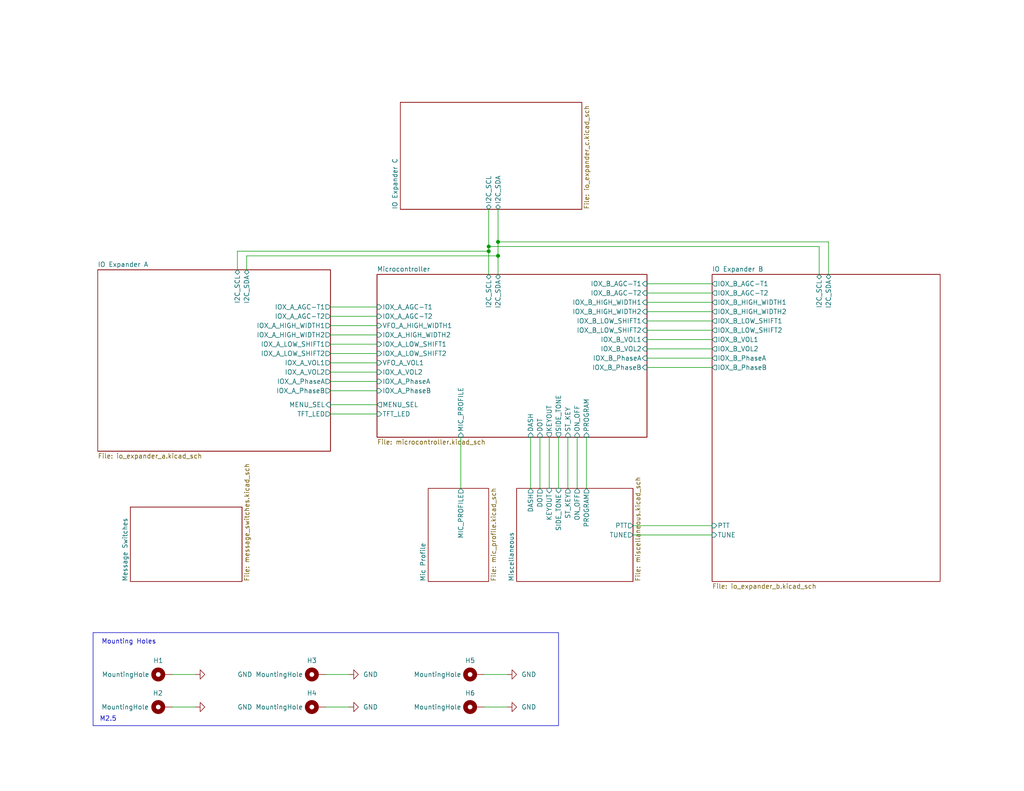
<source format=kicad_sch>
(kicad_sch (version 20250114) (generator "eeschema") (generator_version "9.0")
  (paper "USLetter")
  (title_block (title "KD0RC TeensyMaestro") (date "2025-07-27") (rev "v3.0") (company "NV0E") (comment 1 "Based on original design by KD0RC.") (comment 3 "PCB design by NV0E"))
  (lib_symbols
    (symbol "Mechanical:MountingHole_Pad" (pin_numbers (hide yes)) (pin_names (offset 1.016) (hide yes))
      (property "Reference" "H" (at 0 6.35 0))
      (property "Value" "MountingHole_Pad" (at 0 4.445 0))
      (symbol "MountingHole_Pad_0_1"
        (circle (center 0 1.27) (radius 1.27) (stroke (width 1.27)))
      )
      (symbol "MountingHole_Pad_1_1"
        (pin input line (at 0 -2.54 90) (length 2.54) (name "1") (number "1"))
      )
    )
    (symbol "power:GND" (power) (pin_names (offset 0))
      (property "Value" "GND" (at 0 -3.81 0))
      (symbol "GND_0_1"
        (polyline (pts (xy 0 0) (xy 0 -1.27) (xy 1.27 -1.27) (xy 0 -2.54) (xy -1.27 -1.27) (xy 0 -1.27)))
      )
      (symbol "GND_1_1"
        (pin power_in line (at 0 0 270) (length 0) (hide yes) (name "GND") (number "1"))
      )
    )
  )
  (rectangle (start 25.4 172.72) (end 152.4 198.12))
  (text "Mounting Holes" (at 27.686 176.022 0) (effects (font (size 1.27 1.27)) (justify left bottom)))
  (text "M2.5" (at 27.178 197.104 0) (effects (font (size 1.27 1.27)) (justify left bottom)))
  (junction (at 135.89 66.04))
  (junction (at 133.35 68.58))
  (junction (at 133.35 67.31))
  (junction (at 135.89 69.85))
  (wire (pts (xy 67.31 73.66) (xy 67.31 69.85)))
  (wire (pts (xy 64.77 68.58) (xy 133.35 68.58)))
  (wire (pts (xy 90.17 93.98) (xy 102.87 93.98)))
  (wire (pts (xy 154.94 119.38) (xy 154.94 133.35)))
  (wire (pts (xy 135.89 69.85) (xy 135.89 74.93)))
  (wire (pts (xy 90.17 113.03) (xy 102.87 113.03)))
  (wire (pts (xy 90.17 96.52) (xy 102.87 96.52)))
  (wire (pts (xy 90.17 99.06) (xy 102.87 99.06)))
  (wire (pts (xy 160.02 119.38) (xy 160.02 133.35)))
  (wire (pts (xy 132.08 193.04) (xy 138.43 193.04)))
  (wire (pts (xy 176.53 100.33) (xy 194.31 100.33)))
  (wire (pts (xy 226.06 74.93) (xy 226.06 66.04)))
  (wire (pts (xy 172.72 143.51) (xy 194.31 143.51)))
  (wire (pts (xy 176.53 92.71) (xy 194.31 92.71)))
  (wire (pts (xy 88.9 184.15) (xy 95.25 184.15)))
  (wire (pts (xy 147.32 119.38) (xy 147.32 133.35)))
  (wire (pts (xy 176.53 87.63) (xy 194.31 87.63)))
  (wire (pts (xy 223.52 67.31) (xy 133.35 67.31)))
  (wire (pts (xy 176.53 97.79) (xy 194.31 97.79)))
  (wire (pts (xy 226.06 66.04) (xy 135.89 66.04)))
  (wire (pts (xy 125.73 119.38) (xy 125.73 133.35)))
  (wire (pts (xy 46.99 184.15) (xy 53.34 184.15)))
  (wire (pts (xy 144.78 119.38) (xy 144.78 133.35)))
  (wire (pts (xy 46.99 193.04) (xy 53.34 193.04)))
  (wire (pts (xy 90.17 104.14) (xy 102.87 104.14)))
  (wire (pts (xy 152.4 119.38) (xy 152.4 133.35)))
  (wire (pts (xy 157.48 119.38) (xy 157.48 133.35)))
  (wire (pts (xy 176.53 95.25) (xy 194.31 95.25)))
  (wire (pts (xy 176.53 80.01) (xy 194.31 80.01)))
  (wire (pts (xy 90.17 86.36) (xy 102.87 86.36)))
  (wire (pts (xy 149.86 119.38) (xy 149.86 133.35)))
  (wire (pts (xy 67.31 69.85) (xy 135.89 69.85)))
  (wire (pts (xy 176.53 90.17) (xy 194.31 90.17)))
  (wire (pts (xy 90.17 106.68) (xy 102.87 106.68)))
  (wire (pts (xy 88.9 193.04) (xy 95.25 193.04)))
  (wire (pts (xy 133.35 67.31) (xy 133.35 68.58)))
  (wire (pts (xy 90.17 110.49) (xy 102.87 110.49)))
  (wire (pts (xy 135.89 66.04) (xy 135.89 69.85)))
  (wire (pts (xy 176.53 85.09) (xy 194.31 85.09)))
  (wire (pts (xy 135.89 57.15) (xy 135.89 66.04)))
  (wire (pts (xy 133.35 68.58) (xy 133.35 74.93)))
  (wire (pts (xy 176.53 82.55) (xy 194.31 82.55)))
  (wire (pts (xy 223.52 74.93) (xy 223.52 67.31)))
  (wire (pts (xy 90.17 101.6) (xy 102.87 101.6)))
  (wire (pts (xy 90.17 91.44) (xy 102.87 91.44)))
  (wire (pts (xy 176.53 77.47) (xy 194.31 77.47)))
  (wire (pts (xy 64.77 73.66) (xy 64.77 68.58)))
  (wire (pts (xy 133.35 57.15) (xy 133.35 67.31)))
  (wire (pts (xy 132.08 184.15) (xy 138.43 184.15)))
  (wire (pts (xy 90.17 83.82) (xy 102.87 83.82)))
  (wire (pts (xy 172.72 146.05) (xy 194.31 146.05)))
  (wire (pts (xy 90.17 88.9) (xy 102.87 88.9)))
  (symbol (lib_id "Mechanical:MountingHole_Pad") (at 44.45 193.04 90) (unit 1)
    (property "Reference" "H2" (at 44.45 189.23 90) (effects (justify left)))
    (property "Value" "MountingHole" (at 40.64 193.04 90) (effects (justify left)))
    (property "Footprint" "MountingHole:MountingHole_2.5mm_Pad" (effects (hide yes)))
  )
  (symbol (lib_id "power:GND") (at 138.43 193.04 90) (unit 1)
    (property "Reference" "#PWR06" (effects (hide yes)))
    (property "Value" "GND" (at 142.24 193.0399 90) (effects (justify right)))
  )
  (symbol (lib_id "power:GND") (at 95.25 184.15 90) (unit 1)
    (property "Reference" "#PWR03" (effects (hide yes)))
    (property "Value" "GND" (at 99.06 184.1499 90) (effects (justify right)))
  )
  (symbol (lib_id "Mechanical:MountingHole_Pad") (at 129.54 193.04 90) (unit 1)
    (property "Reference" "H6" (at 128.27 189.23 90))
    (property "Value" "MountingHole" (at 119.38 193.04 90))
    (property "Footprint" "MountingHole:MountingHole_2.5mm_Pad" (effects (hide yes)))
  )
  (symbol (lib_id "power:GND") (at 138.43 184.15 90) (unit 1)
    (property "Reference" "#PWR05" (effects (hide yes)))
    (property "Value" "GND" (at 142.24 184.1499 90) (effects (justify right)))
  )
  (symbol (lib_id "Mechanical:MountingHole_Pad") (at 86.36 184.15 90) (unit 1)
    (property "Reference" "H3" (at 85.09 180.34 90))
    (property "Value" "MountingHole" (at 76.2 184.15 90))
    (property "Footprint" "MountingHole:MountingHole_2.5mm_Pad" (effects (hide yes)))
  )
  (symbol (lib_id "Mechanical:MountingHole_Pad") (at 129.54 184.15 90) (unit 1)
    (property "Reference" "H5" (at 128.27 180.34 90))
    (property "Value" "MountingHole" (at 119.38 184.15 90))
    (property "Footprint" "MountingHole:MountingHole_2.5mm_Pad" (effects (hide yes)))
  )
  (symbol (lib_id "Mechanical:MountingHole_Pad") (at 44.45 184.15 90) (unit 1)
    (property "Reference" "H1" (at 43.18 180.34 90))
    (property "Value" "MountingHole" (at 34.29 184.15 90))
    (property "Footprint" "MountingHole:MountingHole_2.5mm_Pad" (effects (hide yes)))
  )
  (symbol (lib_id "power:GND") (at 95.25 193.04 90) (unit 1)
    (property "Reference" "#PWR04" (effects (hide yes)))
    (property "Value" "GND" (at 99.06 193.0399 90) (effects (justify right)))
  )
  (symbol (lib_id "power:GND") (at 53.34 193.04 90) (unit 1)
    (property "Reference" "#PWR02" (effects (hide yes)))
    (property "Value" "GND" (at 64.77 193.0399 90) (effects (justify right)))
  )
  (symbol (lib_id "Mechanical:MountingHole_Pad") (at 86.36 193.04 90) (unit 1)
    (property "Reference" "H4" (at 85.09 189.23 90))
    (property "Value" "MountingHole" (at 76.2 193.04 90))
    (property "Footprint" "MountingHole:MountingHole_2.5mm_Pad" (effects (hide yes)))
  )
  (symbol (lib_id "power:GND") (at 53.34 184.15 90) (unit 1)
    (property "Reference" "#PWR01" (effects (hide yes)))
    (property "Value" "GND" (at 64.77 184.1499 90) (effects (justify right)))
  )
  (sheet (at 116.84 133.35) (size 16.51 25.4) (stroke (width 0.1524))
    (property "Sheetname" "Mic Profile" (at 116.1284 158.75 90) (effects (justify left bottom)))
    (property "Sheetfile" "mic_profile.kicad_sch" (at 133.9346 158.75 90) (effects (justify left top)))
    (pin "MIC_PROFILE" output (at 125.73 133.35 90))
  )
  (sheet (at 35.56 138.43) (size 30.48 20.32) (stroke (width 0.1524))
    (property "Sheetname" "Message Switches" (at 34.8484 158.75 90) (effects (justify left bottom)))
    (property "Sheetfile" "message_switches.kicad_sch" (at 66.6246 158.75 90) (effects (justify left top)))
  )
  (sheet (at 109.22 27.94) (size 49.53 29.21) (stroke (width 0.1524))
    (property "Sheetname" "IO Expander C" (at 108.5084 57.15 90) (effects (justify left bottom)))
    (property "Sheetfile" "io_expander_c.kicad_sch" (at 159.3346 57.15 90) (effects (justify left top)))
    (pin "I2C_SCL" bidirectional (at 133.35 57.15 270))
    (pin "I2C_SDA" bidirectional (at 135.89 57.15 270))
  )
  (sheet (at 102.87 74.93) (size 73.66 44.45) (stroke (width 0.1524))
    (property "Sheetname" "Microcontroller" (at 102.87 74.2184 0) (effects (justify left bottom)))
    (property "Sheetfile" "microcontroller.kicad_sch" (at 102.87 119.9646 0) (effects (justify left top)))
    (pin "VFO_A_HIGH_WIDTH1" input (at 102.87 88.9 180))
    (pin "VFO_A_VOL1" input (at 102.87 99.06 180))
    (pin "I2C_SCL" bidirectional (at 133.35 74.93 90))
    (pin "I2C_SDA" bidirectional (at 135.89 74.93 90))
    (pin "DASH" input (at 144.78 119.38 270))
    (pin "DOT" input (at 147.32 119.38 270))
    (pin "KEYOUT" output (at 149.86 119.38 270))
    (pin "SIDE_TONE" output (at 152.4 119.38 270))
    (pin "ST_KEY" input (at 154.94 119.38 270))
    (pin "MENU_SEL" output (at 102.87 110.49 180))
    (pin "PROGRAM" input (at 160.02 119.38 270))
    (pin "ON_OFF" input (at 157.48 119.38 270))
    (pin "MIC_PROFILE" input (at 125.73 119.38 270))
    (pin "TFT_LED" input (at 102.87 113.03 180))
    (pin "IOX_A_AGC-T1" input (at 102.87 83.82 180))
    (pin "IOX_A_LOW_SHIFT1" input (at 102.87 93.98 180))
    (pin "IOX_B_LOW_SHIFT1" input (at 176.53 87.63 0))
    (pin "IOX_A_AGC-T2" input (at 102.87 86.36 180))
    (pin "IOX_B_LOW_SHIFT2" input (at 176.53 90.17 0))
    (pin "IOX_A_VOL2" input (at 102.87 101.6 180))
    (pin "IOX_B_HIGH_WIDTH2" input (at 176.53 85.09 0))
    (pin "IOX_A_LOW_SHIFT2" input (at 102.87 96.52 180))
    (pin "IOX_A_PhaseA" input (at 102.87 104.14 180))
    (pin "IOX_B_AGC-T1" input (at 176.53 77.47 0))
    (pin "IOX_B_PhaseA" input (at 176.53 97.79 0))
    (pin "IOX_B_VOL2" input (at 176.53 95.25 0))
    (pin "IOX_B_HIGH_WIDTH1" input (at 176.53 82.55 0))
    (pin "IOX_A_PhaseB" input (at 102.87 106.68 180))
    (pin "IOX_B_VOL1" input (at 176.53 92.71 0))
    (pin "IOX_A_HIGH_WIDTH2" input (at 102.87 91.44 180))
    (pin "IOX_B_PhaseB" input (at 176.53 100.33 0))
    (pin "IOX_B_AGC-T2" input (at 176.53 80.01 0))
  )
  (sheet (at 140.97 133.35) (size 31.75 25.4) (stroke (width 0.1524))
    (property "Sheetname" "Miscellaneous" (at 140.2584 158.75 90) (effects (justify left bottom)))
    (property "Sheetfile" "miscellaneous.kicad_sch" (at 173.3046 158.75 90) (effects (justify left top)))
    (pin "SIDE_TONE" input (at 152.4 133.35 90))
    (pin "ON_OFF" output (at 157.48 133.35 90))
    (pin "PROGRAM" output (at 160.02 133.35 90))
    (pin "DASH" output (at 144.78 133.35 90))
    (pin "ST_KEY" output (at 154.94 133.35 90))
    (pin "PTT" output (at 172.72 143.51 0))
    (pin "DOT" output (at 147.32 133.35 90))
    (pin "TUNE" output (at 172.72 146.05 0))
    (pin "KEYOUT" input (at 149.86 133.35 90))
  )
  (sheet (at 194.31 74.93) (size 62.23 83.82) (stroke (width 0.1524))
    (property "Sheetname" "IO Expander B" (at 194.31 74.2184 0) (effects (justify left bottom)))
    (property "Sheetfile" "io_expander_b.kicad_sch" (at 194.31 159.3346 0) (effects (justify left top)))
    (pin "IOX_B_AGC-T1" output (at 194.31 77.47 180))
    (pin "IOX_B_AGC-T2" output (at 194.31 80.01 180))
    (pin "IOX_B_HIGH_WIDTH1" output (at 194.31 82.55 180))
    (pin "IOX_B_HIGH_WIDTH2" output (at 194.31 85.09 180))
    (pin "IOX_B_LOW_SHIFT1" output (at 194.31 87.63 180))
    (pin "IOX_B_LOW_SHIFT2" output (at 194.31 90.17 180))
    (pin "IOX_B_PhaseA" output (at 194.31 97.79 180))
    (pin "IOX_B_PhaseB" output (at 194.31 100.33 180))
    (pin "IOX_B_VOL1" output (at 194.31 92.71 180))
    (pin "IOX_B_VOL2" output (at 194.31 95.25 180))
    (pin "PTT" input (at 194.31 143.51 180))
    (pin "TUNE" input (at 194.31 146.05 180))
    (pin "I2C_SCL" bidirectional (at 223.52 74.93 90))
    (pin "I2C_SDA" bidirectional (at 226.06 74.93 90))
  )
  (sheet (at 26.67 73.66) (size 63.5 49.53) (stroke (width 0.1524))
    (property "Sheetname" "IO Expander A" (at 26.67 72.9484 0) (effects (justify left bottom)))
    (property "Sheetfile" "io_expander_a.kicad_sch" (at 26.67 123.7746 0) (effects (justify left top)))
    (pin "IOX_A_AGC-T1" output (at 90.17 83.82 0))
    (pin "IOX_A_AGC-T2" output (at 90.17 86.36 0))
    (pin "IOX_A_HIGH_WIDTH1" output (at 90.17 88.9 0))
    (pin "IOX_A_HIGH_WIDTH2" output (at 90.17 91.44 0))
    (pin "IOX_A_LOW_SHIFT1" output (at 90.17 93.98 0))
    (pin "IOX_A_LOW_SHIFT2" output (at 90.17 96.52 0))
    (pin "IOX_A_PhaseA" output (at 90.17 104.14 0))
    (pin "IOX_A_PhaseB" output (at 90.17 106.68 0))
    (pin "IOX_A_VOL1" output (at 90.17 99.06 0))
    (pin "IOX_A_VOL2" output (at 90.17 101.6 0))
    (pin "MENU_SEL" input (at 90.17 110.49 0))
    (pin "I2C_SDA" bidirectional (at 67.31 73.66 90))
    (pin "I2C_SCL" bidirectional (at 64.77 73.66 90))
    (pin "TFT_LED" output (at 90.17 113.03 0))
  )
)
</source>
